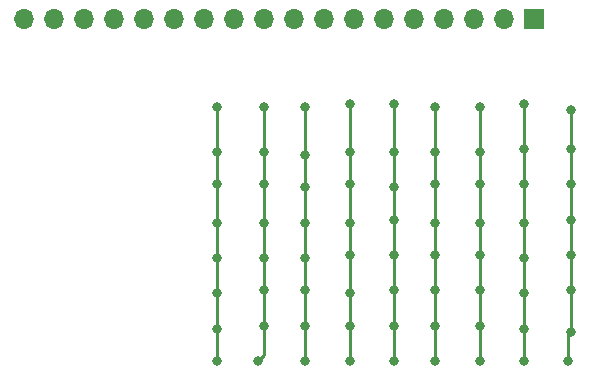
<source format=gbr>
G04 #@! TF.GenerationSoftware,KiCad,Pcbnew,5.1.0*
G04 #@! TF.CreationDate,2019-04-23T22:24:47-05:00*
G04 #@! TF.ProjectId,LedMatrix,4c65644d-6174-4726-9978-2e6b69636164,rev?*
G04 #@! TF.SameCoordinates,Original*
G04 #@! TF.FileFunction,Copper,L2,Bot*
G04 #@! TF.FilePolarity,Positive*
%FSLAX46Y46*%
G04 Gerber Fmt 4.6, Leading zero omitted, Abs format (unit mm)*
G04 Created by KiCad (PCBNEW 5.1.0) date 2019-04-23 22:24:47*
%MOMM*%
%LPD*%
G04 APERTURE LIST*
%ADD10R,1.700000X1.700000*%
%ADD11O,1.700000X1.700000*%
%ADD12C,0.800000*%
%ADD13C,0.250000*%
G04 APERTURE END LIST*
D10*
X132610000Y-45750000D03*
D11*
X130070000Y-45750000D03*
X127530000Y-45750000D03*
X124990000Y-45750000D03*
X122450000Y-45750000D03*
X119910000Y-45750000D03*
X117370000Y-45750000D03*
X114830000Y-45750000D03*
X112290000Y-45750000D03*
X109750000Y-45750000D03*
X107210000Y-45750000D03*
X104670000Y-45750000D03*
X102130000Y-45750000D03*
X99590000Y-45750000D03*
X97050000Y-45750000D03*
X94510000Y-45750000D03*
X91970000Y-45750000D03*
X89430000Y-45750000D03*
D12*
X105750000Y-74750000D03*
X105750000Y-53250000D03*
X105750000Y-66000000D03*
X105750000Y-63000000D03*
X105750000Y-69000000D03*
X105750000Y-72000000D03*
X105750000Y-59750000D03*
X105750000Y-57000000D03*
X109250000Y-74750000D03*
X109750000Y-53250000D03*
X109750000Y-71750000D03*
X109750000Y-68750000D03*
X109750000Y-59750000D03*
X109750000Y-57000000D03*
X109750000Y-63000000D03*
X109750000Y-66000000D03*
X113250000Y-74750000D03*
X113250000Y-53250000D03*
X113250000Y-71750000D03*
X113250000Y-68750000D03*
X113250000Y-57250000D03*
X113250000Y-60000000D03*
X113250000Y-66000000D03*
X113250000Y-63000000D03*
X117000000Y-74750000D03*
X117000000Y-53000000D03*
X117000000Y-69000000D03*
X117000000Y-65750000D03*
X117000000Y-63000000D03*
X117000000Y-59750000D03*
X117000000Y-71750000D03*
X117000000Y-57000000D03*
X120750000Y-74750000D03*
X120750000Y-53000000D03*
X120750000Y-68750000D03*
X120750000Y-65750000D03*
X120750000Y-62750000D03*
X120750000Y-60000000D03*
X120750000Y-71750000D03*
X120750000Y-57000000D03*
X124250000Y-74750000D03*
X124250000Y-53250000D03*
X124250000Y-59750000D03*
X124250000Y-63000000D03*
X124250000Y-65750000D03*
X124250000Y-68750000D03*
X124250000Y-71750000D03*
X124250000Y-57000000D03*
X128000000Y-74750000D03*
X128000000Y-53250000D03*
X128000000Y-68750000D03*
X128000000Y-59750000D03*
X128000000Y-65750000D03*
X128000000Y-71750000D03*
X128000000Y-57000000D03*
X128000000Y-63000000D03*
X131750000Y-74750000D03*
X131750000Y-53000000D03*
X131750000Y-56750000D03*
X131750000Y-59750000D03*
X131750000Y-63000000D03*
X131750000Y-66000000D03*
X131750000Y-69000000D03*
X131750000Y-72000000D03*
X135500000Y-74750000D03*
X135750000Y-72250000D03*
X135750000Y-68750000D03*
X135750000Y-65750000D03*
X135750000Y-62750000D03*
X135750000Y-59750000D03*
X135750000Y-56750000D03*
X135750000Y-53500000D03*
D13*
X105750000Y-74750000D02*
X105750000Y-72000000D01*
X105750000Y-66000000D02*
X105750000Y-63000000D01*
X105750000Y-63000000D02*
X105750000Y-59750000D01*
X105750000Y-69000000D02*
X105750000Y-66000000D01*
X105750000Y-72000000D02*
X105750000Y-69000000D01*
X105750000Y-59750000D02*
X105750000Y-57000000D01*
X105750000Y-57000000D02*
X105750000Y-53250000D01*
X109250000Y-74750000D02*
X109750000Y-74250000D01*
X109750000Y-74250000D02*
X109750000Y-71750000D01*
X109750000Y-71750000D02*
X109750000Y-68750000D01*
X109750000Y-68750000D02*
X109750000Y-66000000D01*
X109750000Y-59750000D02*
X109750000Y-57000000D01*
X109750000Y-57000000D02*
X109750000Y-53250000D01*
X109750000Y-63000000D02*
X109750000Y-59750000D01*
X109750000Y-66000000D02*
X109750000Y-63000000D01*
X113250000Y-74750000D02*
X113250000Y-71750000D01*
X113250000Y-71750000D02*
X113250000Y-68750000D01*
X113250000Y-68750000D02*
X113250000Y-66000000D01*
X113250000Y-57250000D02*
X113250000Y-53250000D01*
X113250000Y-60000000D02*
X113250000Y-57250000D01*
X113250000Y-66000000D02*
X113250000Y-63000000D01*
X113250000Y-63000000D02*
X113250000Y-60000000D01*
X117000000Y-74750000D02*
X117000000Y-71750000D01*
X117000000Y-69000000D02*
X117000000Y-65750000D01*
X117000000Y-65750000D02*
X117000000Y-63000000D01*
X117000000Y-63000000D02*
X117000000Y-59750000D01*
X117000000Y-59750000D02*
X117000000Y-57000000D01*
X117000000Y-71750000D02*
X117000000Y-69000000D01*
X117000000Y-57000000D02*
X117000000Y-53000000D01*
X120750000Y-74750000D02*
X120750000Y-71750000D01*
X120750000Y-68750000D02*
X120750000Y-65750000D01*
X120750000Y-65750000D02*
X120750000Y-62750000D01*
X120750000Y-62750000D02*
X120750000Y-60000000D01*
X120750000Y-60000000D02*
X120750000Y-57000000D01*
X120750000Y-71750000D02*
X120750000Y-68750000D01*
X120750000Y-57000000D02*
X120750000Y-53000000D01*
X124250000Y-74750000D02*
X124250000Y-71750000D01*
X124250000Y-59750000D02*
X124250000Y-57000000D01*
X124250000Y-63000000D02*
X124250000Y-59750000D01*
X124250000Y-65750000D02*
X124250000Y-63000000D01*
X124250000Y-68750000D02*
X124250000Y-65750000D01*
X124250000Y-71750000D02*
X124250000Y-68750000D01*
X124250000Y-57000000D02*
X124250000Y-53250000D01*
X128000000Y-74750000D02*
X128000000Y-71750000D01*
X128000000Y-68750000D02*
X128000000Y-65750000D01*
X128000000Y-59750000D02*
X128000000Y-57000000D01*
X128000000Y-65750000D02*
X128000000Y-63000000D01*
X128000000Y-71750000D02*
X128000000Y-68750000D01*
X128000000Y-57000000D02*
X128000000Y-53250000D01*
X128000000Y-63000000D02*
X128000000Y-59750000D01*
X131750000Y-74750000D02*
X131750000Y-72000000D01*
X131750000Y-56750000D02*
X131750000Y-53000000D01*
X131750000Y-59750000D02*
X131750000Y-56750000D01*
X131750000Y-63000000D02*
X131750000Y-59750000D01*
X131750000Y-66000000D02*
X131750000Y-63000000D01*
X131750000Y-69000000D02*
X131750000Y-66000000D01*
X131750000Y-72000000D02*
X131750000Y-69000000D01*
X135500000Y-74750000D02*
X135500000Y-72500000D01*
X135500000Y-72500000D02*
X135750000Y-72250000D01*
X135750000Y-72250000D02*
X135750000Y-68750000D01*
X135750000Y-68750000D02*
X135750000Y-65750000D01*
X135750000Y-65750000D02*
X135750000Y-62750000D01*
X135750000Y-62750000D02*
X135750000Y-59750000D01*
X135750000Y-59750000D02*
X135750000Y-56750000D01*
X135750000Y-56750000D02*
X135750000Y-53500000D01*
M02*

</source>
